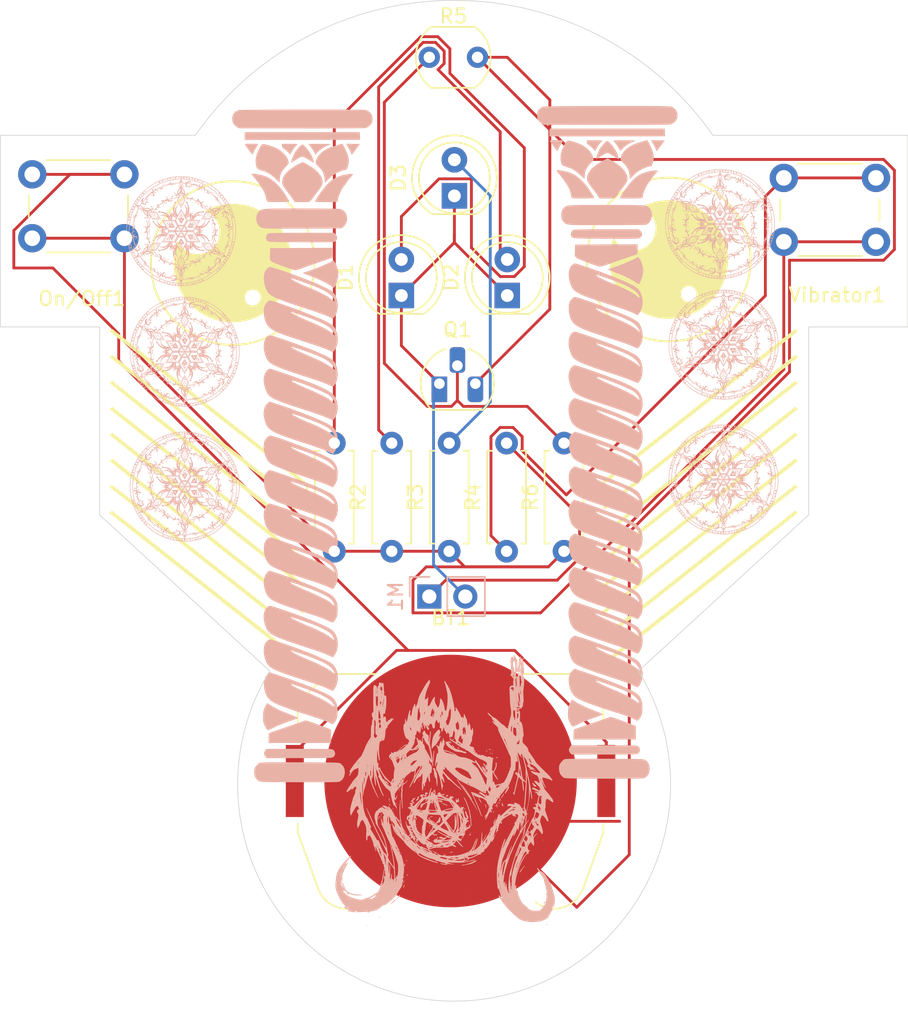
<source format=kicad_pcb>
(kicad_pcb (version 20241229) (generator "pcbnew") (generator_version "9.0")
  (layers (0 "F.Cu" signal) (2 "B.Cu" signal) (13 "F.Paste" user) (15 "B.Paste" user) (5 "F.SilkS" user "F.Silkscreen") (7 "B.SilkS" user "B.Silkscreen") (1 "F.Mask" user) (3 "B.Mask" user) (25 "Edge.Cuts" user))
  (net 0 "")
  (net 1 "Net-(Q1-B)")
  (net 2 "Net-(R4-Pad1)")
  (net 3 "Net-(D2-A)")
  (net 4 "Net-(On/Off1-Pad2)")
  (net 5 "Net-(M1-+)")
  (net 6 "Net-(BT1--)")
  (net 7 "Net-(D1-A)")
  (net 8 "Net-(D1-K)")
  (net 9 "Net-(BT1-+)")
  (net 10 "Net-(D3-A)")
  (footprint "Resistor_THT:R_Axial_DIN0207_L6.3mm_D2.5mm_P7.62mm_Horizontal" (layer "F.Cu") (at 119.2 92.06 90)
    (property "Reference" "R4" (at 3.81 -2.37 90) (layer "F.SilkS"))
    (property "Value" "R")
    (pad "1" thru_hole circle (at 0 0 90) (size 1.6 1.6) (drill 0.8) (layers "*.Cu" "*.Mask") (net 2 "Net-(R4-Pad1)"))
    (pad "2" thru_hole circle (at 7.62 0 90) (size 1.6 1.6) (drill 0.8) (layers "*.Cu" "*.Mask") (net 5 "Net-(M1-+)"))
  )
  (footprint "LOGO" (layer "F.Cu") (at 135 87.75)
    (property "Reference" "G***" (hide yes))
    (property "Value" "LOGO" (hide yes))
  )
  (footprint "Battery:BatteryHolder_Keystone_3034_1x20mm" (layer "F.Cu") (at 115.25 108.25)
    (property "Reference" "BT1" (at 0 -11.5 0) (layer "F.SilkS"))
    (property "Value" "Battery_Cell")
    (pad "1" smd rect (at -10.985 0) (size 1.27 5.08) (layers "F.Cu" "F.Mask" "F.Paste") (net 9 "Net-(BT1-+)"))
    (pad "1" smd rect (at 10.985 0) (size 1.27 5.08) (layers "F.Cu" "F.Mask" "F.Paste") (net 9 "Net-(BT1-+)"))
    (pad "2" smd circle (at 0 0) (size 17.8 17.8) (layers "F.Cu" "F.Mask") (net 6 "Net-(BT1--)"))
  )
  (footprint "MountingHole:MountingHole_2.1mm" (layer "F.Cu") (at 115.5 121.5)
    (property "Reference" "REF**" (hide yes))
    (property "Value" "MountingHole_2.1mm")
    (pad "" np_thru_hole circle (at 0 0) (size 2.1 2.1) (drill 2.1) (layers "*.Cu" "*.Mask"))
  )
  (footprint "Resistor_THT:R_Axial_DIN0207_L6.3mm_D2.5mm_P7.62mm_Horizontal" (layer "F.Cu") (at 107.05 92.06 90)
    (property "Reference" "R1" (at 3.81 -2.37 90) (layer "F.SilkS"))
    (property "Value" "R")
    (pad "1" thru_hole circle (at 0 0 90) (size 1.6 1.6) (drill 0.8) (layers "*.Cu" "*.Mask") (net 4 "Net-(On/Off1-Pad2)"))
    (pad "2" thru_hole circle (at 7.62 0 90) (size 1.6 1.6) (drill 0.8) (layers "*.Cu" "*.Mask") (net 7 "Net-(D1-A)"))
  )
  (footprint "LOGO" (layer "F.Cu") (at 131 71.5)
    (property "Reference" "G***" (at 0 0 0) (layer "F.SilkS") (effects (font (size 1.5 1.5) (thickness 0.3))))
    (property "Value" "LOGO" (hide yes))
  )
  (footprint "Resistor_THT:R_Axial_DIN0207_L6.3mm_D2.5mm_P7.62mm_Horizontal" (layer "F.Cu") (at 111.1 92.06 90)
    (property "Reference" "R2" (at 3.81 -2.37 90) (layer "F.SilkS"))
    (property "Value" "R")
    (pad "1" thru_hole circle (at 0 0 90) (size 1.6 1.6) (drill 0.8) (layers "*.Cu" "*.Mask") (net 4 "Net-(On/Off1-Pad2)"))
    (pad "2" thru_hole circle (at 7.62 0 90) (size 1.6 1.6) (drill 0.8) (layers "*.Cu" "*.Mask") (net 3 "Net-(D2-A)"))
  )
  (footprint "Resistor_THT:R_Axial_DIN0207_L6.3mm_D2.5mm_P7.62mm_Horizontal" (layer "F.Cu") (at 123.25 92.06 90)
    (property "Reference" "R6" (at 3.81 -2.37 90) (layer "F.SilkS"))
    (property "Value" "R")
    (pad "1" thru_hole circle (at 0 0 90) (size 1.6 1.6) (drill 0.8) (layers "*.Cu" "*.Mask") (net 4 "Net-(On/Off1-Pad2)"))
    (pad "2" thru_hole circle (at 7.62 0 90) (size 1.6 1.6) (drill 0.8) (layers "*.Cu" "*.Mask") (net 1 "Net-(Q1-B)"))
  )
  (footprint "Button_Switch_THT:SW_PUSH_6mm" (layer "F.Cu") (at 138.75 65.75)
    (property "Reference" "Vibrator1" (at 3.75 8.25 0) (layer "F.SilkS"))
    (property "Value" "SW_Push")
    (pad "1" thru_hole circle (at 0 0 90) (size 2 2) (drill 1.1) (layers "*.Cu" "*.Mask") (net 2 "Net-(R4-Pad1)"))
    (pad "1" thru_hole circle (at 6.5 0 90) (size 2 2) (drill 1.1) (layers "*.Cu" "*.Mask") (net 2 "Net-(R4-Pad1)"))
    (pad "2" thru_hole circle (at 0 4.5 90) (size 2 2) (drill 1.1) (layers "*.Cu" "*.Mask") (net 4 "Net-(On/Off1-Pad2)"))
    (pad "2" thru_hole circle (at 6.5 4.5 90) (size 2 2) (drill 1.1) (layers "*.Cu" "*.Mask") (net 4 "Net-(On/Off1-Pad2)"))
  )
  (footprint "Package_TO_SOT_THT:TO-92L_HandSolder" (layer "F.Cu") (at 114.46 80.25)
    (property "Reference" "Q1" (at 1.27 -3.8 0) (layer "F.SilkS"))
    (property "Value" "NPN")
    (pad "1" thru_hole rect (at 0 0) (size 1.1 1.8) (drill 0.75 (offset 0 0.4)) (layers "*.Cu" "*.Mask") (net 8 "Net-(D1-K)"))
    (pad "2" thru_hole roundrect (at 1.27 -1.27) (size 1.1 1.8) (drill 0.75 (offset 0 -0.4)) (layers "*.Cu" "*.Mask") (net 1 "Net-(Q1-B)"))
    (pad "3" thru_hole roundrect (at 2.54 0) (size 1.1 1.8) (drill 0.75 (offset 0 0.4)) (layers "*.Cu" "*.Mask") (net 6 "Net-(BT1--)"))
  )
  (footprint "Button_Switch_THT:SW_PUSH_6mm" (layer "F.Cu") (at 85.75 65.5)
    (property "Reference" "On/Off1" (at 3.5 8.75 0) (layer "F.SilkS"))
    (property "Value" "SW_Push")
    (pad "1" thru_hole circle (at 0 0 90) (size 2 2) (drill 1.1) (layers "*.Cu" "*.Mask") (net 9 "Net-(BT1-+)"))
    (pad "1" thru_hole circle (at 6.5 0 90) (size 2 2) (drill 1.1) (layers "*.Cu" "*.Mask") (net 9 "Net-(BT1-+)"))
    (pad "2" thru_hole circle (at 0 4.5 90) (size 2 2) (drill 1.1) (layers "*.Cu" "*.Mask") (net 4 "Net-(On/Off1-Pad2)"))
    (pad "2" thru_hole circle (at 6.5 4.5 90) (size 2 2) (drill 1.1) (layers "*.Cu" "*.Mask") (net 4 "Net-(On/Off1-Pad2)"))
  )
  (footprint "LOGO" (layer "F.Cu") (at 100.25 71.75)
    (property "Reference" "G***" (at 0 0 0) (layer "F.SilkS") (effects (font (size 1.5 1.5) (thickness 0.3))))
    (property "Value" "LOGO" (hide yes))
  )
  (footprint "LED_THT:LED_D5.0mm" (layer "F.Cu") (at 115.52 67.015 90)
    (property "Reference" "D3" (at 1.27 -3.96 90) (layer "F.SilkS"))
    (property "Value" "LED")
    (pad "1" thru_hole rect (at 0 0 90) (size 1.8 1.8) (drill 0.9) (layers "*.Cu" "*.Mask") (net 8 "Net-(D1-K)"))
    (pad "2" thru_hole circle (at 2.54 0 90) (size 1.8 1.8) (drill 0.9) (layers "*.Cu" "*.Mask") (net 10 "Net-(D3-A)"))
  )
  (footprint "LOGO" (layer "F.Cu") (at 100.25 87.75)
    (property "Reference" "G***" (hide yes))
    (property "Value" "LOGO" (hide yes))
  )
  (footprint "Resistor_THT:R_Axial_DIN0207_L6.3mm_D2.5mm_P7.62mm_Horizontal" (layer "F.Cu") (at 115.15 92.06 90)
    (property "Reference" "R3" (at 3.81 -2.37 90) (layer "F.SilkS"))
    (property "Value" "R")
    (pad "1" thru_hole circle (at 0 0 90) (size 1.6 1.6) (drill 0.8) (layers "*.Cu" "*.Mask") (net 4 "Net-(On/Off1-Pad2)"))
    (pad "2" thru_hole circle (at 7.62 0 90) (size 1.6 1.6) (drill 0.8) (layers "*.Cu" "*.Mask") (net 10 "Net-(D3-A)"))
  )
  (footprint "LED_THT:LED_D5.0mm" (layer "F.Cu") (at 119.25 74.04 90)
    (property "Reference" "D2" (at 1.27 -3.96 90) (layer "F.SilkS"))
    (property "Value" "LED")
    (pad "1" thru_hole rect (at 0 0 90) (size 1.8 1.8) (drill 0.9) (layers "*.Cu" "*.Mask") (net 8 "Net-(D1-K)"))
    (pad "2" thru_hole circle (at 2.54 0 90) (size 1.8 1.8) (drill 0.9) (layers "*.Cu" "*.Mask") (net 3 "Net-(D2-A)"))
  )
  (footprint "LED_THT:LED_D5.0mm" (layer "F.Cu") (at 111.78 74.04 90)
    (property "Reference" "D1" (at 1.27 -3.96 90) (layer "F.SilkS"))
    (property "Value" "LED")
    (pad "1" thru_hole rect (at 0 0 90) (size 1.8 1.8) (drill 0.9) (layers "*.Cu" "*.Mask") (net 8 "Net-(D1-K)"))
    (pad "2" thru_hole circle (at 2.54 0 90) (size 1.8 1.8) (drill 0.9) (layers "*.Cu" "*.Mask") (net 7 "Net-(D1-A)"))
  )
  (footprint "OptoDevice:R_LDR_5.1x4.3mm_P3.4mm_Vertical" (layer "F.Cu") (at 113.75 57.25)
    (property "Reference" "R5" (at 1.7 -2.9 0) (layer "F.SilkS"))
    (property "Value" "LDR03")
    (pad "1" thru_hole circle (at 0 0) (size 1.5 1.5) (drill 0.8) (layers "*.Cu" "*.Mask") (net 1 "Net-(Q1-B)"))
    (pad "2" thru_hole circle (at 3.4 0) (size 1.5 1.5) (drill 0.8) (layers "*.Cu" "*.Mask") (net 6 "Net-(BT1--)"))
  )
  (footprint "LOGO" (layer "B.Cu") (at 104.25 82.5 180)
    (property "Reference" "G***" (hide yes))
    (property "Value" "LOGO" (hide yes))
  )
  (footprint "LOGO" (layer "B.Cu") (at 96.5 87.5 180)
    (property "Reference" "G***" (hide yes))
    (property "Value" "LOGO" (hide yes))
  )
  (footprint "Connector_PinHeader_2.54mm:PinHeader_1x02_P2.54mm_Vertical" (layer "B.Cu") (at 113.75 95.25 -90)
    (property "Reference" "M1" (at 0 2.38 90) (layer "B.SilkS") (effects (justify mirror)))
    (property "Value" "Motor_DC")
    (pad "1" thru_hole rect (at 0 0 270) (size 1.7 1.7) (drill 1) (layers "*.Cu" "*.Mask") (net 5 "Net-(M1-+)"))
    (pad "2" thru_hole circle (at 0 -2.54 270) (size 1.7 1.7) (drill 1) (layers "*.Cu" "*.Mask") (net 8 "Net-(D1-K)"))
  )
  (footprint "LOGO" (layer "B.Cu") (at 134.5 87 180)
    (property "Reference" "G***" (hide yes))
    (property "Value" "LOGO" (hide yes))
  )
  (footprint "LOGO" (layer "B.Cu") (at 96.25 69.5 180)
    (property "Reference" "G***" (hide yes))
    (property "Value" "LOGO" (hide yes))
  )
  (footprint "LOGO" (layer "B.Cu") (at 125.75 82.25 180)
    (property "Reference" "G***" (hide yes))
    (property "Value" "LOGO" (hide yes))
  )
  (footprint "LOGO" (layer "B.Cu") (at 134.25 69 180)
    (property "Reference" "G***" (hide yes))
    (property "Value" "LOGO" (hide yes))
  )
  (footprint "LOGO" (layer "B.Cu") (at 115 108.75)
    (property "Reference" "G***" (hide yes))
    (property "Value" "LOGO" (hide yes))
  )
  (footprint "LOGO" (layer "B.Cu") (at 134.5 77.5 180)
    (property "Reference" "G***" (hide yes))
    (property "Value" "LOGO" (hide yes))
  )
  (footprint "LOGO" (layer "B.Cu") (at 96.5 78 180)
    (property "Reference" "G***" (hide yes))
    (property "Value" "LOGO" (hide yes))
  )
  (gr_arc (start 128.5 100.5) (mid 115.5 123.764338) (end 102.5 100.5) (stroke (width 0.05)) (layer "Edge.Cuts"))
  (gr_line (start 147.5 76.25) (end 140.5 76.25) (stroke (width 0.05)) (layer "Edge.Cuts"))
  (gr_arc (start 97.25 62.75) (mid 115.5 53.237363) (end 133.75 62.75) (stroke (width 0.05)) (layer "Edge.Cuts"))
  (gr_line (start 133.75 62.75) (end 147.5 62.75) (stroke (width 0.05)) (layer "Edge.Cuts"))
  (gr_line (start 90.5 76.25) (end 90.5 89.5) (stroke (width 0.05)) (layer "Edge.Cuts"))
  (gr_line (start 83.5 76.25) (end 90.5 76.25) (stroke (width 0.05)) (layer "Edge.Cuts"))
  (gr_line (start 83.5 62.75) (end 83.5 76.25) (stroke (width 0.05)) (layer "Edge.Cuts"))
  (gr_line (start 147.5 62.75) (end 147.5 76.25) (stroke (width 0.05)) (layer "Edge.Cuts"))
  (gr_line (start 90.5 89.5) (end 102.5 100.500001) (stroke (width 0.05)) (layer "Edge.Cuts"))
  (gr_line (start 140.5 76.25) (end 140.5 89.5) (stroke (width 0.05)) (layer "Edge.Cuts"))
  (gr_line (start 97.25 62.75) (end 83.5 62.75) (stroke (width 0.05)) (layer "Edge.Cuts"))
  (gr_line (start 140.5 89.5) (end 128.5 100.5) (stroke (width 0.05)) (layer "Edge.Cuts"))
  (segment (start 123.25 84.44) (end 120.661 81.851) (width 0.2) (layer "F.Cu") (net 1))
  (segment (start 113.609 81.851) (end 110.579 78.821) (width 0.2) (layer "F.Cu") (net 1))
  (segment (start 115.73 78.98) (end 115.73 81.432) (width 0.2) (layer "F.Cu") (net 1))
  (segment (start 120.661 81.851) (end 116.149 81.851) (width 0.2) (layer "F.Cu") (net 1))
  (segment (start 116.149 81.851) (end 115.73 81.432) (width 0.2) (layer "F.Cu") (net 1))
  (segment (start 115.311 81.851) (end 113.609 81.851) (width 0.2) (layer "F.Cu") (net 1))
  (segment (start 110.579 60.421) (end 113.75 57.25) (width 0.2) (layer "F.Cu") (net 1))
  (segment (start 110.579 78.821) (end 110.579 60.421) (width 0.2) (layer "F.Cu") (net 1))
  (segment (start 115.73 81.432) (end 115.311 81.851) (width 0.2) (layer "F.Cu") (net 1))
  (segment (start 118.099 90.959) (end 118.099 83.98395) (width 0.2) (layer "F.Cu") (net 2))
  (segment (start 137.449 67.051) (end 138.75 65.75) (width 0.2) (layer "F.Cu") (net 2))
  (segment (start 118.099 83.98395) (end 118.74395 83.339) (width 0.2) (layer "F.Cu") (net 2))
  (segment (start 118.74395 83.339) (end 119.65605 83.339) (width 0.2) (layer "F.Cu") (net 2))
  (segment (start 120.301 84.89605) (end 120.262075 84.934975) (width 0.2) (layer "F.Cu") (net 2))
  (segment (start 138.75 65.75) (end 145.25 65.75) (width 0.2) (layer "F.Cu") (net 2))
  (segment (start 123.41355 88.08645) (end 137.449 74.051) (width 0.2) (layer "F.Cu") (net 2))
  (segment (start 137.449 74.051) (end 137.449 67.051) (width 0.2) (layer "F.Cu") (net 2))
  (segment (start 120.262075 84.934975) (end 123.41355 88.08645) (width 0.2) (layer "F.Cu") (net 2))
  (segment (start 119.2 92.06) (end 118.099 90.959) (width 0.2) (layer "F.Cu") (net 2))
  (segment (start 119.65605 83.339) (end 120.301 83.98395) (width 0.2) (layer "F.Cu") (net 2))
  (segment (start 120.301 83.98395) (end 120.301 84.89605) (width 0.2) (layer "F.Cu") (net 2))
  (segment (start 114.801 56.814661) (end 114.801 57.685339) (width 0.2) (layer "F.Cu") (net 3))
  (segment (start 110.178 59.335661) (end 113.314661 56.199) (width 0.2) (layer "F.Cu") (net 3))
  (segment (start 110.178 83.518) (end 110.178 59.335661) (width 0.2) (layer "F.Cu") (net 3))
  (segment (start 111.1 84.44) (end 110.178 83.518) (width 0.2) (layer "F.Cu") (net 3))
  (segment (start 118.75 62.5) (end 118.75 71) (width 0.2) (layer "F.Cu") (net 3))
  (segment (start 114.185339 56.199) (end 114.801 56.814661) (width 0.2) (layer "F.Cu") (net 3))
  (segment (start 114.801 57.685339) (end 114.36817 58.11817) (width 0.2) (layer "F.Cu") (net 3))
  (segment (start 114.36817 58.11817) (end 118.75 62.5) (width 0.2) (layer "F.Cu") (net 3))
  (segment (start 113.314661 56.199) (end 114.185339 56.199) (width 0.2) (layer "F.Cu") (net 3))
  (segment (start 118.75 71) (end 119.25 71.5) (width 0.2) (layer "F.Cu") (net 3))
  (segment (start 92.25 77.26) (end 107.05 92.06) (width 0.2) (layer "F.Cu") (net 4))
  (segment (start 112.599 96.401) (end 121.599 96.401) (width 0.2) (layer "F.Cu") (net 4))
  (segment (start 92.25 70) (end 92.25 77.26) (width 0.2) (layer "F.Cu") (net 4))
  (segment (start 115.15 92.06) (end 116.251 93.161) (width 0.2) (layer "F.Cu") (net 4))
  (segment (start 121.599 96.401) (end 138.75 79.25) (width 0.2) (layer "F.Cu") (net 4))
  (segment (start 113.537 93.161) (end 112.599 94.099) (width 0.2) (layer "F.Cu") (net 4))
  (segment (start 122.149 93.161) (end 113.537 93.161) (width 0.2) (layer "F.Cu") (net 4))
  (segment (start 138.75 79.25) (end 138.75 70.25) (width 0.2) (layer "F.Cu") (net 4))
  (segment (start 107.05 92.06) (end 111.1 92.06) (width 0.2) (layer "F.Cu") (net 4))
  (segment (start 85.75 70) (end 92.25 70) (width 0.2) (layer "F.Cu") (net 4))
  (segment (start 116.251 93.161) (end 122.149 93.161) (width 0.2) (layer "F.Cu") (net 4))
  (segment (start 112.599 94.099) (end 112.599 96.401) (width 0.2) (layer "F.Cu") (net 4))
  (segment (start 138.75 70.25) (end 145.25 70.25) (width 0.2) (layer "F.Cu") (net 4))
  (segment (start 123.25 92.06) (end 122.149 93.161) (width 0.2) (layer "F.Cu") (net 4))
  (segment (start 111.1 92.06) (end 115.15 92.06) (width 0.2) (layer "F.Cu") (net 4))
  (segment (start 124.351 89.591) (end 124.351 92.51605) (width 0.2) (layer "F.Cu") (net 5))
  (segment (start 122.76805 94.099) (end 114.901 94.099) (width 0.2) (layer "F.Cu") (net 5))
  (segment (start 114.901 94.099) (end 113.75 95.25) (width 0.2) (layer "F.Cu") (net 5))
  (segment (start 124.351 92.51605) (end 122.76805 94.099) (width 0.2) (layer "F.Cu") (net 5))
  (segment (start 119.2 84.44) (end 124.351 89.591) (width 0.2) (layer "F.Cu") (net 5))
  (segment (start 124.349 64.449) (end 117.15 57.25) (width 0.2) (layer "F.Cu") (net 6))
  (segment (start 145.788892 71.551) (end 146.551 70.788892) (width 0.2) (layer "F.Cu") (net 6))
  (segment (start 127.85108 90.71602) (end 139.151 79.4161) (width 0.2) (layer "F.Cu") (net 6))
  (segment (start 139.151 79.4161) (end 139.151 71.551) (width 0.2) (layer "F.Cu") (net 6))
  (segment (start 115.25 108.25) (end 118.091 111.091) (width 0.2) (layer "F.Cu") (net 6))
  (segment (start 146.551 70.788892) (end 146.551 65.211108) (width 0.2) (layer "F.Cu") (net 6))
  (segment (start 122.25 75) (end 117 80.25) (width 0.2) (layer "F.Cu") (net 6))
  (segment (start 115.25 108.25) (end 124.15 117.15) (width 0.2) (layer "F.Cu") (net 6))
  (segment (start 127.85108 113.44892) (end 127.85108 90.71602) (width 0.2) (layer "F.Cu") (net 6))
  (segment (start 117.15 57.25) (end 119.25 57.25) (width 0.2) (layer "F.Cu") (net 6))
  (segment (start 139.151 71.551) (end 145.788892 71.551) (width 0.2) (layer "F.Cu") (net 6))
  (segment (start 146.551 65.211108) (end 145.788892 64.449) (width 0.2) (layer "F.Cu") (net 6))
  (segment (start 145.788892 64.449) (end 124.349 64.449) (width 0.2) (layer "F.Cu") (net 6))
  (segment (start 124.15 117.15) (end 127.85108 113.44892) (width 0.2) (layer "F.Cu") (net 6))
  (segment (start 122.25 60.25) (end 122.25 75) (width 0.2) (layer "F.Cu") (net 6))
  (segment (start 118.091 111.091) (end 127.171 111.091) (width 0.2) (layer "F.Cu") (net 6))
  (segment (start 119.25 57.25) (end 122.25 60.25) (width 0.2) (layer "F.Cu") (net 6))
  (segment (start 111.78 68.47) (end 111.78 71.5) (width 0.2) (layer "F.Cu") (net 7))
  (segment (start 114.351439 55.798) (end 115.202 56.648561) (width 0.2) (layer "F.Cu") (net 7))
  (segment (start 107.05 84.44) (end 107.05 61.896561) (width 0.2) (layer "F.Cu") (net 7))
  (segment (start 115.202 56.648561) (end 115.202 58.3849) (width 0.2) (layer "F.Cu") (net 7))
  (segment (start 113.148561 55.798) (end 114.351439 55.798) (width 0.2) (layer "F.Cu") (net 7))
  (segment (start 116.721 65.814) (end 114.436 65.814) (width 0.2) (layer "F.Cu") (net 7))
  (segment (start 107.05 61.896561) (end 113.148561 55.798) (width 0.2) (layer "F.Cu") (net 7))
  (segment (start 120.451 71.997471) (end 119.747471 72.701) (width 0.2) (layer "F.Cu") (net 7))
  (segment (start 116.721 70.669471) (end 116.721 65.814) (width 0.2) (layer "F.Cu") (net 7))
  (segment (start 119.747471 72.701) (end 118.752529 72.701) (width 0.2) (layer "F.Cu") (net 7))
  (segment (start 120.451 63.6339) (end 120.451 71.997471) (width 0.2) (layer "F.Cu") (net 7))
  (segment (start 114.436 65.814) (end 111.78 68.47) (width 0.2) (layer "F.Cu") (net 7))
  (segment (start 115.202 58.3849) (end 120.451 63.6339) (width 0.2) (layer "F.Cu") (net 7))
  (segment (start 118.752529 72.701) (end 116.721 70.669471) (width 0.2) (layer "F.Cu") (net 7))
  (segment (start 111.78 74.04) (end 111.78 77.57) (width 0.2) (layer "F.Cu") (net 8))
  (segment (start 115.52 70.3) (end 115.52 69.75) (width 0.2) (layer "F.Cu") (net 8))
  (segment (start 111.78 77.57) (end 114.46 80.25) (width 0.2) (layer "F.Cu") (net 8))
  (segment (start 115.52 69.75) (end 115.52 70.31) (width 0.2) (layer "F.Cu") (net 8))
  (segment (start 111.78 74.04) (end 115.52 70.3) (width 0.2) (layer "F.Cu") (net 8))
  (segment (start 115.52 67.015) (end 115.52 69.75) (width 0.2) (layer "F.Cu") (net 8))
  (segment (start 115.52 70.31) (end 119.25 74.04) (width 0.2) (layer "F.Cu") (net 8))
  (segment (start 114.049 80.661) (end 114.049 93.009) (width 0.2) (layer "B.Cu") (net 8))
  (segment (start 114.46 80.25) (end 114.049 80.661) (width 0.2) (layer "B.Cu") (net 8))
  (segment (start 114.049 93.009) (end 116.29 95.25) (width 0.2) (layer "B.Cu") (net 8))
  (segment (start 84.449 72.098) (end 87.197942 72.098) (width 0.2) (layer "F.Cu") (net 9))
  (segment (start 112.25 99.049) (end 119.774 99.049) (width 0.2) (layer "F.Cu") (net 9))
  (segment (start 111.438821 99.049) (end 112.25 99.049) (width 0.2) (layer "F.Cu") (net 9))
  (segment (start 119.774 99.049) (end 126.235 105.51) (width 0.2) (layer "F.Cu") (net 9))
  (segment (start 84.449 69.461108) (end 84.449 72.098) (width 0.2) (layer "F.Cu") (net 9))
  (segment (start 87.197942 72.098) (end 91.849 76.749058) (width 0.2) (layer "F.Cu") (net 9))
  (segment (start 126.235 105.51) (end 126.235 108.25) (width 0.2) (layer "F.Cu") (net 9))
  (segment (start 91.849 76.749058) (end 91.849 78.648) (width 0.2) (layer "F.Cu") (net 9))
  (segment (start 92.25 65.5) (end 88.410108 65.5) (width 0.2) (layer "F.Cu") (net 9))
  (segment (start 92.25 65.5) (end 85.75 65.5) (width 0.2) (layer "F.Cu") (net 9))
  (segment (start 104.265 106.222821) (end 111.438821 99.049) (width 0.2) (layer "F.Cu") (net 9))
  (segment (start 104.265 108.25) (end 104.265 106.222821) (width 0.2) (layer "F.Cu") (net 9))
  (segment (start 91.849 78.648) (end 112.25 99.049) (width 0.2) (layer "F.Cu") (net 9))
  (segment (start 88.410108 65.5) (end 84.449 69.461108) (width 0.2) (layer "F.Cu") (net 9))
  (segment (start 118.049 81.541) (end 118.049 67.004) (width 0.2) (layer "B.Cu") (net 10))
  (segment (start 115.15 84.44) (end 118.049 81.541) (width 0.2) (layer "B.Cu") (net 10))
  (segment (start 118.049 67.004) (end 115.52 64.475) (width 0.2) (layer "B.Cu") (net 10))
)
</source>
